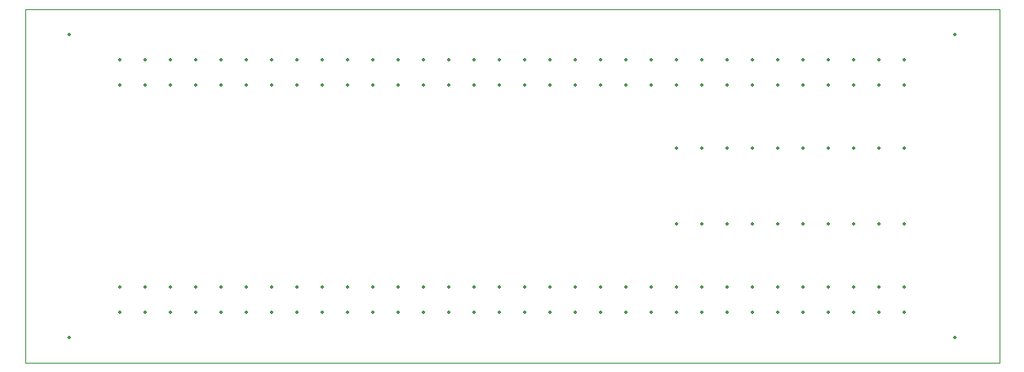
<source format=gko>
%TF.GenerationSoftware,KiCad,Pcbnew,8.0.6+1*%
%TF.CreationDate,2024-11-08T18:46:58+01:00*%
%TF.ProjectId,qlexternal512kram_MIX,716c6578-7465-4726-9e61-6c3531326b72,3*%
%TF.SameCoordinates,Original*%
%TF.FileFunction,Profile,NP*%
%FSLAX46Y46*%
G04 Gerber Fmt 4.6, Leading zero omitted, Abs format (unit mm)*
G04 Created by KiCad (PCBNEW 8.0.6+1) date 2024-11-08 18:46:58*
%MOMM*%
%LPD*%
G01*
G04 APERTURE LIST*
%TA.AperFunction,Profile*%
%ADD10C,0.100000*%
%TD*%
%ADD11C,0.350000*%
G04 APERTURE END LIST*
D10*
X92805000Y-52705000D02*
X190595000Y-52705000D01*
X190595000Y-88265000D01*
X92805000Y-88265000D01*
X92805000Y-52705000D01*
D11*
X97250000Y-55245000D03*
X186150000Y-55245000D03*
X181070000Y-57785000D03*
X178530000Y-57785000D03*
X175990000Y-57785000D03*
X173450000Y-57785000D03*
X170910000Y-57785000D03*
X168370000Y-57785000D03*
X165830000Y-57785000D03*
X163290000Y-57785000D03*
X160750000Y-57785000D03*
X158210000Y-57785000D03*
X155670000Y-57785000D03*
X153130000Y-57785000D03*
X150590000Y-57785000D03*
X148050000Y-57785000D03*
X145510000Y-57785000D03*
X142970000Y-57785000D03*
X140430000Y-57785000D03*
X137890000Y-57785000D03*
X135350000Y-57785000D03*
X132810000Y-57785000D03*
X130270000Y-57785000D03*
X127730000Y-57785000D03*
X125190000Y-57785000D03*
X122650000Y-57785000D03*
X120110000Y-57785000D03*
X117570000Y-57785000D03*
X115030000Y-57785000D03*
X112490000Y-57785000D03*
X109950000Y-57785000D03*
X107410000Y-57785000D03*
X104870000Y-57785000D03*
X102330000Y-57785000D03*
X181070000Y-60325000D03*
X178530000Y-60325000D03*
X175990000Y-60325000D03*
X173450000Y-60325000D03*
X170910000Y-60325000D03*
X168370000Y-60325000D03*
X165830000Y-60325000D03*
X163290000Y-60325000D03*
X160750000Y-60325000D03*
X158210000Y-60325000D03*
X155670000Y-60325000D03*
X153130000Y-60325000D03*
X150590000Y-60325000D03*
X148050000Y-60325000D03*
X145510000Y-60325000D03*
X142970000Y-60325000D03*
X140430000Y-60325000D03*
X137890000Y-60325000D03*
X135350000Y-60325000D03*
X132810000Y-60325000D03*
X130270000Y-60325000D03*
X127730000Y-60325000D03*
X125190000Y-60325000D03*
X122650000Y-60325000D03*
X120110000Y-60325000D03*
X117570000Y-60325000D03*
X115030000Y-60325000D03*
X112490000Y-60325000D03*
X109950000Y-60325000D03*
X107410000Y-60325000D03*
X104870000Y-60325000D03*
X102330000Y-60325000D03*
X186150000Y-85725000D03*
X97250000Y-85725000D03*
X181060000Y-83185000D03*
X178520000Y-83185000D03*
X175980000Y-83185000D03*
X173440000Y-83185000D03*
X170900000Y-83185000D03*
X168360000Y-83185000D03*
X165820000Y-83185000D03*
X163280000Y-83185000D03*
X160740000Y-83185000D03*
X158200000Y-83185000D03*
X155660000Y-83185000D03*
X153120000Y-83185000D03*
X150580000Y-83185000D03*
X148040000Y-83185000D03*
X145500000Y-83185000D03*
X142960000Y-83185000D03*
X140420000Y-83185000D03*
X137880000Y-83185000D03*
X135340000Y-83185000D03*
X132800000Y-83185000D03*
X130260000Y-83185000D03*
X127720000Y-83185000D03*
X125180000Y-83185000D03*
X122640000Y-83185000D03*
X120100000Y-83185000D03*
X117560000Y-83185000D03*
X115020000Y-83185000D03*
X112480000Y-83185000D03*
X109940000Y-83185000D03*
X107400000Y-83185000D03*
X104860000Y-83185000D03*
X102320000Y-83185000D03*
X181060000Y-80645000D03*
X178520000Y-80645000D03*
X175980000Y-80645000D03*
X173440000Y-80645000D03*
X170900000Y-80645000D03*
X168360000Y-80645000D03*
X165820000Y-80645000D03*
X163280000Y-80645000D03*
X160740000Y-80645000D03*
X158200000Y-80645000D03*
X155660000Y-80645000D03*
X153120000Y-80645000D03*
X150580000Y-80645000D03*
X148040000Y-80645000D03*
X145500000Y-80645000D03*
X142960000Y-80645000D03*
X140420000Y-80645000D03*
X137880000Y-80645000D03*
X135340000Y-80645000D03*
X132800000Y-80645000D03*
X130260000Y-80645000D03*
X127720000Y-80645000D03*
X125180000Y-80645000D03*
X122640000Y-80645000D03*
X120100000Y-80645000D03*
X117560000Y-80645000D03*
X115020000Y-80645000D03*
X112480000Y-80645000D03*
X109940000Y-80645000D03*
X107400000Y-80645000D03*
X104860000Y-80645000D03*
X102320000Y-80645000D03*
X158215000Y-74310000D03*
X160755000Y-74310000D03*
X163295000Y-74310000D03*
X165835000Y-74310000D03*
X168375000Y-74310000D03*
X170915000Y-74310000D03*
X173455000Y-74310000D03*
X175995000Y-74310000D03*
X178535000Y-74310000D03*
X181075000Y-74310000D03*
X181075000Y-66690000D03*
X178535000Y-66690000D03*
X175995000Y-66690000D03*
X173455000Y-66690000D03*
X170915000Y-66690000D03*
X168375000Y-66690000D03*
X165835000Y-66690000D03*
X163295000Y-66690000D03*
X160755000Y-66690000D03*
X158215000Y-66690000D03*
M02*

</source>
